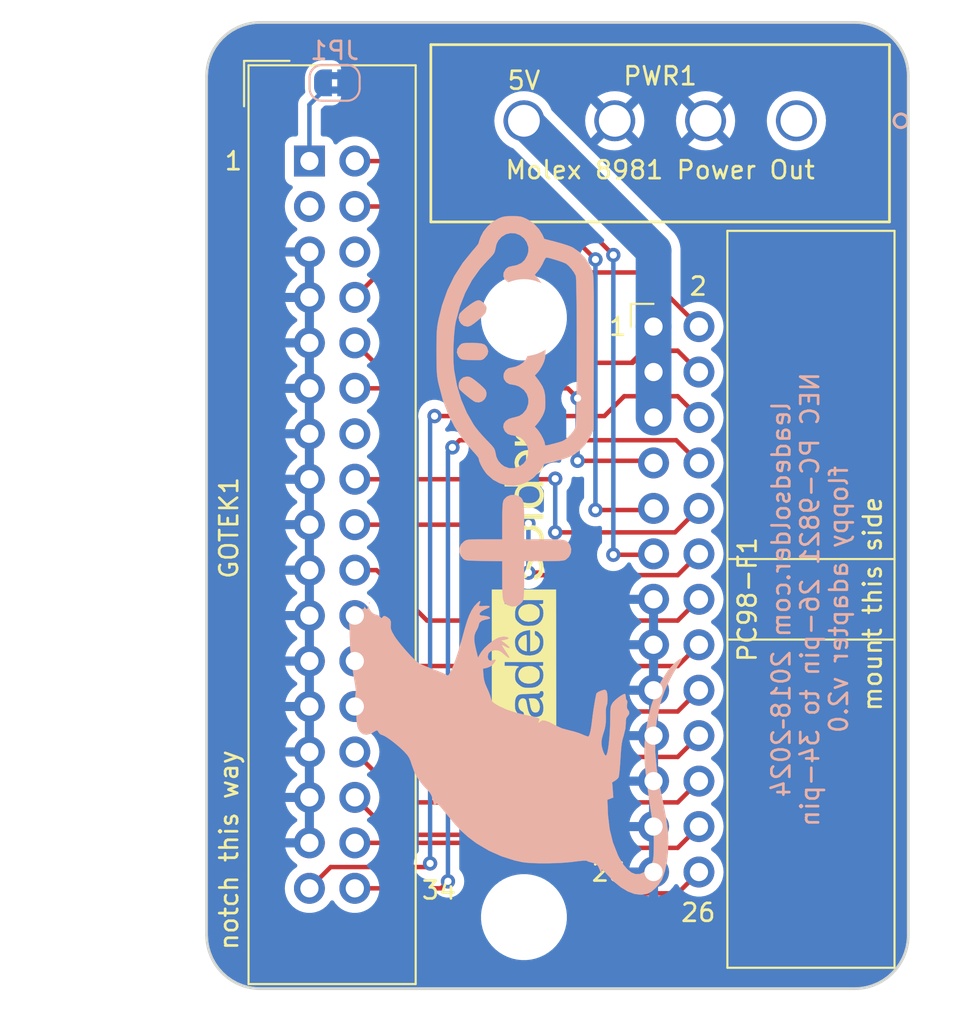
<source format=kicad_pcb>
(kicad_pcb (version 20240108) (generator "pcbnew") (generator_version "8.0")
  (layers (0 "F.Cu" signal) (31 "B.Cu" signal) (34 "B.Paste" user) (35 "F.Paste" user) (36 "B.SilkS" user "B.Silkscreen") (37 "F.SilkS" user "F.Silkscreen") (38 "B.Mask" user) (39 "F.Mask" user) (44 "Edge.Cuts" user))
  (net 0 "")
  (net 1 "/360_300_DRV_0")
  (net 2 "/DENSITY")
  (net 3 "/NC")
  (net 4 "/HEAD_LOAD")
  (net 5 "/DRV_SELECT_3")
  (net 6 "/INDEX_OUT")
  (net 7 "/DRV_SELECT_0")
  (net 8 "/DRV_SELECT_1")
  (net 9 "/DRV_SELECT_2")
  (net 10 "/MOTOR_ON")
  (net 11 "/DIRECTION")
  (net 12 "/STEP_PULSE")
  (net 13 "/WRITE_DATA")
  (net 14 "/WRITE_ENABLE")
  (net 15 "/TRACK_00")
  (net 16 "/WRITE_PROTECT")
  (net 17 "/READ_DATA")
  (net 18 "/SIDE")
  (net 19 "/DISK_CHANGE")
  (net 20 "/READY_OUT")
  (net 21 "/+5V_1")
  (net 23 "/GND")
  (footprint "Connector_IDC:IDC-Header_2x17_P2.54mm_Vertical" (layer "F.Cu") (at 104 92)
    (property "Reference" "GOTEK1" (at -4.5 20.5 90) (layer "F.SilkS"))
    (property "Value" "34-pin female IDC to standard PC floppy cable")
    (pad "1" thru_hole rect (at 0 0) (size 1.7272 1.7272) (drill 1.016) (layers "*.Cu" "*.Mask") (net 1 "/360_300_DRV_0"))
    (pad "2" thru_hole oval (at 2.54 0) (size 1.7272 1.7272) (drill 1.016) (layers "*.Cu" "*.Mask") (net 2 "/DENSITY"))
    (pad "3" thru_hole oval (at 0 2.54) (size 1.7272 1.7272) (drill 1.016) (layers "*.Cu" "*.Mask") (net 3 "/NC"))
    (pad "4" thru_hole oval (at 2.54 2.54) (size 1.7272 1.7272) (drill 1.016) (layers "*.Cu" "*.Mask") (net 4 "/HEAD_LOAD"))
    (pad "5" thru_hole oval (at 0 5.08) (size 1.7272 1.7272) (drill 1.016) (layers "*.Cu" "*.Mask") (net 23 "/GND"))
    (pad "6" thru_hole oval (at 2.54 5.08) (size 1.7272 1.7272) (drill 1.016) (layers "*.Cu" "*.Mask") (net 5 "/DRV_SELECT_3"))
    (pad "7" thru_hole oval (at 0 7.62) (size 1.7272 1.7272) (drill 1.016) (layers "*.Cu" "*.Mask") (net 23 "/GND"))
    (pad "8" thru_hole oval (at 2.54 7.62) (size 1.7272 1.7272) (drill 1.016) (layers "*.Cu" "*.Mask") (net 6 "/INDEX_OUT"))
    (pad "9" thru_hole oval (at 0 10.16) (size 1.7272 1.7272) (drill 1.016) (layers "*.Cu" "*.Mask") (net 23 "/GND"))
    (pad "10" thru_hole oval (at 2.54 10.16) (size 1.7272 1.7272) (drill 1.016) (layers "*.Cu" "*.Mask") (net 7 "/DRV_SELECT_0"))
    (pad "11" thru_hole oval (at 0 12.7) (size 1.7272 1.7272) (drill 1.016) (layers "*.Cu" "*.Mask") (net 23 "/GND"))
    (pad "12" thru_hole oval (at 2.54 12.7) (size 1.7272 1.7272) (drill 1.016) (layers "*.Cu" "*.Mask") (net 8 "/DRV_SELECT_1"))
    (pad "13" thru_hole oval (at 0 15.24) (size 1.7272 1.7272) (drill 1.016) (layers "*.Cu" "*.Mask") (net 23 "/GND"))
    (pad "14" thru_hole oval (at 2.54 15.24) (size 1.7272 1.7272) (drill 1.016) (layers "*.Cu" "*.Mask") (net 9 "/DRV_SELECT_2"))
    (pad "15" thru_hole oval (at 0 17.78) (size 1.7272 1.7272) (drill 1.016) (layers "*.Cu" "*.Mask") (net 23 "/GND"))
    (pad "16" thru_hole oval (at 2.54 17.78) (size 1.7272 1.7272) (drill 1.016) (layers "*.Cu" "*.Mask") (net 10 "/MOTOR_ON"))
    (pad "17" thru_hole oval (at 0 20.32) (size 1.7272 1.7272) (drill 1.016) (layers "*.Cu" "*.Mask") (net 23 "/GND"))
    (pad "18" thru_hole oval (at 2.54 20.32) (size 1.7272 1.7272) (drill 1.016) (layers "*.Cu" "*.Mask") (net 11 "/DIRECTION"))
    (pad "19" thru_hole oval (at 0 22.86) (size 1.7272 1.7272) (drill 1.016) (layers "*.Cu" "*.Mask") (net 23 "/GND"))
    (pad "20" thru_hole oval (at 2.54 22.86) (size 1.7272 1.7272) (drill 1.016) (layers "*.Cu" "*.Mask") (net 12 "/STEP_PULSE"))
    (pad "21" thru_hole oval (at 0 25.4) (size 1.7272 1.7272) (drill 1.016) (layers "*.Cu" "*.Mask") (net 23 "/GND"))
    (pad "22" thru_hole oval (at 2.54 25.4) (size 1.7272 1.7272) (drill 1.016) (layers "*.Cu" "*.Mask") (net 13 "/WRITE_DATA"))
    (pad "23" thru_hole oval (at 0 27.94) (size 1.7272 1.7272) (drill 1.016) (layers "*.Cu" "*.Mask") (net 23 "/GND"))
    (pad "24" thru_hole oval (at 2.54 27.94) (size 1.7272 1.7272) (drill 1.016) (layers "*.Cu" "*.Mask") (net 14 "/WRITE_ENABLE"))
    (pad "25" thru_hole oval (at 0 30.48) (size 1.7272 1.7272) (drill 1.016) (layers "*.Cu" "*.Mask") (net 23 "/GND"))
    (pad "26" thru_hole oval (at 2.54 30.48) (size 1.7272 1.7272) (drill 1.016) (layers "*.Cu" "*.Mask") (net 15 "/TRACK_00"))
    (pad "27" thru_hole oval (at 0 33.02) (size 1.7272 1.7272) (drill 1.016) (layers "*.Cu" "*.Mask") (net 23 "/GND"))
    (pad "28" thru_hole oval (at 2.54 33.02) (size 1.7272 1.7272) (drill 1.016) (layers "*.Cu" "*.Mask") (net 16 "/WRITE_PROTECT"))
    (pad "29" thru_hole oval (at 0 35.56) (size 1.7272 1.7272) (drill 1.016) (layers "*.Cu" "*.Mask") (net 23 "/GND"))
    (pad "30" thru_hole oval (at 2.54 35.56) (size 1.7272 1.7272) (drill 1.016) (layers "*.Cu" "*.Mask") (net 17 "/READ_DATA"))
    (pad "31" thru_hole oval (at 0 38.1) (size 1.7272 1.7272) (drill 1.016) (layers "*.Cu" "*.Mask") (net 23 "/GND"))
    (pad "32" thru_hole oval (at 2.54 38.1) (size 1.7272 1.7272) (drill 1.016) (layers "*.Cu" "*.Mask") (net 18 "/SIDE"))
    (pad "33" thru_hole oval (at 0 40.64) (size 1.7272 1.7272) (drill 1.016) (layers "*.Cu" "*.Mask") (net 19 "/DISK_CHANGE"))
    (pad "34" thru_hole oval (at 2.54 40.64) (size 1.7272 1.7272) (drill 1.016) (layers "*.Cu" "*.Mask") (net 20 "/READY_OUT"))
  )
  (footprint "Connector_IDC:IDC-Header_2x13_P2.54mm_Horizontal" (layer "F.Cu") (at 123.25 101.25)
    (property "Reference" "PC98-F1" (at 5.25 15.25 -90) (layer "F.SilkS"))
    (property "Value" "Male 26-pin from floppy cable")
    (pad "1" thru_hole rect (at 0 0) (size 1.7272 1.7272) (drill 1.016) (layers "*.Cu" "*.Mask") (net 21 "/+5V_1"))
    (pad "2" thru_hole oval (at 2.54 0) (size 1.7272 1.7272) (drill 1.016) (layers "*.Cu" "*.Mask") (net 6 "/INDEX_OUT"))
    (pad "3" thru_hole oval (at 0 2.54) (size 1.7272 1.7272) (drill 1.016) (layers "*.Cu" "*.Mask") (net 21 "/+5V_1"))
    (pad "4" thru_hole oval (at 2.54 2.54) (size 1.7272 1.7272) (drill 1.016) (layers "*.Cu" "*.Mask") (net 7 "/DRV_SELECT_0"))
    (pad "5" thru_hole oval (at 0 5.08) (size 1.7272 1.7272) (drill 1.016) (layers "*.Cu" "*.Mask") (net 21 "/+5V_1"))
    (pad "6" thru_hole oval (at 2.54 5.08) (size 1.7272 1.7272) (drill 1.016) (layers "*.Cu" "*.Mask") (net 19 "/DISK_CHANGE"))
    (pad "7" thru_hole oval (at 0 7.62) (size 1.7272 1.7272) (drill 1.016) (layers "*.Cu" "*.Mask") (net 8 "/DRV_SELECT_1"))
    (pad "8" thru_hole oval (at 2.54 7.62) (size 1.7272 1.7272) (drill 1.016) (layers "*.Cu" "*.Mask") (net 20 "/READY_OUT"))
    (pad "9" thru_hole oval (at 0 10.16) (size 1.7272 1.7272) (drill 1.016) (layers "*.Cu" "*.Mask") (net 4 "/HEAD_LOAD"))
    (pad "10" thru_hole oval (at 2.54 10.16) (size 1.7272 1.7272) (drill 1.016) (layers "*.Cu" "*.Mask") (net 10 "/MOTOR_ON"))
    (pad "11" thru_hole oval (at 0 12.7) (size 1.7272 1.7272) (drill 1.016) (layers "*.Cu" "*.Mask") (net 2 "/DENSITY"))
    (pad "12" thru_hole oval (at 2.54 12.7) (size 1.7272 1.7272) (drill 1.016) (layers "*.Cu" "*.Mask") (net 11 "/DIRECTION"))
    (pad "13" thru_hole oval (at 0 15.24) (size 1.7272 1.7272) (drill 1.016) (layers "*.Cu" "*.Mask") (net 23 "/GND"))
    (pad "14" thru_hole oval (at 2.54 15.24) (size 1.7272 1.7272) (drill 1.016) (layers "*.Cu" "*.Mask") (net 12 "/STEP_PULSE"))
    (pad "15" thru_hole oval (at 0 17.78) (size 1.7272 1.7272) (drill 1.016) (layers "*.Cu" "*.Mask") (net 23 "/GND"))
    (pad "16" thru_hole oval (at 2.54 17.78) (size 1.7272 1.7272) (drill 1.016) (layers "*.Cu" "*.Mask") (net 13 "/WRITE_DATA"))
    (pad "17" thru_hole oval (at 0 20.32) (size 1.7272 1.7272) (drill 1.016) (layers "*.Cu" "*.Mask") (net 23 "/GND"))
    (pad "18" thru_hole oval (at 2.54 20.32) (size 1.7272 1.7272) (drill 1.016) (layers "*.Cu" "*.Mask") (net 14 "/WRITE_ENABLE"))
    (pad "19" thru_hole oval (at 0 22.86) (size 1.7272 1.7272) (drill 1.016) (layers "*.Cu" "*.Mask") (net 23 "/GND"))
    (pad "20" thru_hole oval (at 2.54 22.86) (size 1.7272 1.7272) (drill 1.016) (layers "*.Cu" "*.Mask") (net 15 "/TRACK_00"))
    (pad "21" thru_hole oval (at 0 25.4) (size 1.7272 1.7272) (drill 1.016) (layers "*.Cu" "*.Mask") (net 23 "/GND"))
    (pad "22" thru_hole oval (at 2.54 25.4) (size 1.7272 1.7272) (drill 1.016) (layers "*.Cu" "*.Mask") (net 16 "/WRITE_PROTECT"))
    (pad "23" thru_hole oval (at 0 27.94) (size 1.7272 1.7272) (drill 1.016) (layers "*.Cu" "*.Mask") (net 23 "/GND"))
    (pad "24" thru_hole oval (at 2.54 27.94) (size 1.7272 1.7272) (drill 1.016) (layers "*.Cu" "*.Mask") (net 17 "/READ_DATA"))
    (pad "25" thru_hole oval (at 0 30.48) (size 1.7272 1.7272) (drill 1.016) (layers "*.Cu" "*.Mask") (net 23 "/GND"))
    (pad "26" thru_hole oval (at 2.54 30.48) (size 1.7272 1.7272) (drill 1.016) (layers "*.Cu" "*.Mask") (net 18 "/SIDE"))
  )
  (footprint "7709971:770997-1" (layer "F.Cu") (at 131.24 89.75)
    (property "Reference" "PWR1" (at -7.62 -2.5 0) (layer "F.SilkS"))
    (property "Value" "Molex 8981 Power Out" (at -7.62 2.75 0) (layer "F.SilkS"))
    (fp_text user "*" (at 0 0 0) (layer "F.SilkS"))
    (pad "1" thru_hole circle (at 0 0) (size 2.286 2.286) (drill 1.778) (layers "*.Cu" "*.Mask"))
    (pad "2" thru_hole circle (at -5.08 0) (size 2.286 2.286) (drill 1.778) (layers "*.Cu" "*.Mask") (net 23 "/GND"))
    (pad "3" thru_hole circle (at -10.16 0) (size 2.286 2.286) (drill 1.778) (layers "*.Cu" "*.Mask") (net 23 "/GND"))
    (pad "4" thru_hole circle (at -15.24 0) (size 2.286 2.286) (drill 1.778) (layers "*.Cu" "*.Mask") (net 21 "/+5V_1"))
  )
  (footprint "MountingHole:MountingHole_4.3mm_M4_DIN965" (layer "F.Cu") (at 116 100.75)
    (property "Reference" "REF**" (hide yes))
    (property "Value" "MountingHole_4.3mm_M4_DIN965")
    (pad "" np_thru_hole circle (at 0 0) (size 4.3 4.3) (drill 4.3) (layers "*.Cu" "*.Mask"))
  )
  (footprint "MountingHole:MountingHole_4.3mm_M4_DIN965" (layer "F.Cu") (at 116 134.25)
    (property "Reference" "REF**" (hide yes))
    (property "Value" "MountingHole_4.3mm_M4_DIN965")
    (pad "" np_thru_hole circle (at 0 0) (size 4.3 4.3) (drill 4.3) (layers "*.Cu" "*.Mask"))
  )
  (footprint "Logos:leaded-solder-logo-800dpi" (layer "F.Cu") (at 116 116.5 90)
    (property "Reference" "G***" (hide yes))
    (property "Value" "LOGO" (hide yes))
  )
  (footprint "Logos:pi-rat-small" (layer "B.Cu") (at 115.5 114 -90)
    (property "Reference" "G***" (hide yes))
    (property "Value" "LOGO" (hide yes))
  )
  (footprint "Jumper:SolderJumper-2_P1.3mm_Bridged2Bar_RoundedPad1.0x1.5mm" (layer "B.Cu") (at 105.41 87.63 180)
    (property "Reference" "JP1" (at 0 1.8 0) (layer "B.SilkS") (effects (justify mirror)))
    (property "Value" "Jumper_2_Bridged")
    (fp_poly (pts (xy -0.25 0.6) (xy 0.25 0.6) (xy 0.25 0.2) (xy -0.25 0.2)) (fill solid) (layer "B.Cu"))
    (fp_poly (pts (xy -0.25 -0.2) (xy 0.25 -0.2) (xy 0.25 -0.6) (xy -0.25 -0.6)) (fill solid) (layer "B.Cu"))
    (pad "1" smd custom (at -0.65 0 180) (size 1 0.5) (layers "B.Cu" "B.Mask") (net 23 "/GND") (options (clearance outline) (anchor rect)) (primitives (gr_circle (center 0 -0.25) (end 0.5 -0.25) (width 0) (fill yes)) (gr_circle (center 0 0.25) (end 0.5 0.25) (width 0) (fill yes)) (gr_poly (pts (xy 0.5 -0.75) (xy 0 -0.75) (xy 0 0.75) (xy 0.5 0.75)) (width 0) (fill yes))))
    (pad "2" smd custom (at 0.65 0 180) (size 1 0.5) (layers "B.Cu" "B.Mask") (net 1 "/360_300_DRV_0") (options (clearance outline) (anchor rect)) (primitives (gr_circle (center 0 -0.25) (end 0.5 -0.25) (width 0) (fill yes)) (gr_circle (center 0 0.25) (end 0.5 0.25) (width 0) (fill yes)) (gr_poly (pts (xy 0 -0.75) (xy -0.5 -0.75) (xy -0.5 0.75) (xy 0 0.75)) (width 0) (fill yes))))
  )
  (gr_arc (start 101.25 138.25) (mid 99.12868 137.37132) (end 98.25 135.25) (stroke (width 0.15)) (layer "Edge.Cuts"))
  (gr_line (start 134.5 138.25) (end 101.25 138.25) (stroke (width 0.15)) (layer "Edge.Cuts"))
  (gr_arc (start 134.5 84.25) (mid 136.62132 85.12868) (end 137.5 87.25) (stroke (width 0.15)) (layer "Edge.Cuts"))
  (gr_line (start 137.5 87.25) (end 137.5 135.25) (stroke (width 0.15)) (layer "Edge.Cuts"))
  (gr_arc (start 98.25 87.25) (mid 99.12868 85.12868) (end 101.25 84.25) (stroke (width 0.15)) (layer "Edge.Cuts"))
  (gr_line (start 134.5 84.25) (end 101.25 84.25) (stroke (width 0.15)) (layer "Edge.Cuts"))
  (gr_line (start 98.25 87.25) (end 98.25 135.25) (stroke (width 0.15)) (layer "Edge.Cuts"))
  (gr_arc (start 137.5 135.25) (mid 136.62132 137.37132) (end 134.5 138.25) (stroke (width 0.15)) (layer "Edge.Cuts"))
  (gr_text "leadedsolder.com 2018–2024\nNEC PC-9821 26-pin to 34-pin\nfloppy adapter v2.0" (at 132 116.5 90) (layer "B.SilkS") (effects (font (size 1 1)) (justify mirror)))
  (gr_text "26" (at 125.75 134 0) (layer "F.SilkS") (effects (font (size 1 1))))
  (gr_text "1" (at 99.75 92 0) (layer "F.SilkS") (effects (font (size 1 1))))
  (gr_text "2" (at 125.75 99 0) (layer "F.SilkS") (effects (font (size 1 1))))
  (gr_text "notch this way" (at 99.5 130.5 90) (layer "F.SilkS") (effects (font (size 1 1))))
  (gr_text "25" (at 120.75 131.75 0) (layer "F.SilkS") (effects (font (size 1 1))))
  (gr_text "34" (at 111.25 132.75 0) (layer "F.SilkS") (effects (font (size 1 1))))
  (gr_text "1" (at 121.25 101.25 0) (layer "F.SilkS") (effects (font (size 1 1))))
  (gr_text "mount this side" (at 135.5 116.75 90) (layer "F.SilkS") (effects (font (size 1 1))))
  (gr_text "5V" (at 116 87.5 0) (layer "F.SilkS") (effects (font (size 1 1))))
  (segment (start 104 92) (end 104 88.85) (width 0.25) (layer "B.Cu") (net 1))
  (segment (start 104 88.85) (end 105.1 87.75) (width 0.25) (layer "B.Cu") (net 1))
  (segment (start 123.2 114) (end 123.25 113.95) (width 0.25) (layer "F.Cu") (net 2))
  (segment (start 121 114) (end 123.2 114) (width 0.25) (layer "F.Cu") (net 2))
  (segment (start 106.54 92) (end 115.75 92) (width 0.25) (layer "F.Cu") (net 2))
  (segment (start 115.75 92) (end 121 97.25) (width 0.25) (layer "F.Cu") (net 2))
  (via (at 121 114) (size 0.8) (drill 0.4) (layers "F.Cu" "B.Cu") (net 2))
  (via (at 121 97.25) (size 0.8) (drill 0.4) (layers "F.Cu" "B.Cu") (net 2))
  (segment (start 121 97.25) (end 121 114) (width 0.25) (layer "B.Cu") (net 2))
  (segment (start 123.16 111.5) (end 123.25 111.41) (width 0.25) (layer "F.Cu") (net 4))
  (segment (start 120 111.5) (end 123.16 111.5) (width 0.25) (layer "F.Cu") (net 4))
  (segment (start 106.54 94.54) (end 117.04 94.54) (width 0.25) (layer "F.Cu") (net 4))
  (segment (start 117.04 94.54) (end 120 97.5) (width 0.25) (layer "F.Cu") (net 4))
  (via (at 120 111.5) (size 0.8) (drill 0.4) (layers "F.Cu" "B.Cu") (net 4))
  (via (at 120 97.5) (size 0.8) (drill 0.4) (layers "F.Cu" "B.Cu") (net 4))
  (segment (start 120 97.5) (end 120 111.5) (width 0.25) (layer "B.Cu") (net 4))
  (segment (start 106.54 99.62) (end 107.935 98.225) (width 0.25) (layer "F.Cu") (net 6))
  (segment (start 122.765 98.225) (end 125.79 101.25) (width 0.25) (layer "F.Cu") (net 6))
  (segment (start 107.935 98.225) (end 122.765 98.225) (width 0.25) (layer "F.Cu") (net 6))
  (segment (start 122.757666 102.601399) (end 124.601399 102.601399) (width 0.25) (layer "F.Cu") (net 7))
  (segment (start 122.084065 103.275) (end 122.757666 102.601399) (width 0.25) (layer "F.Cu") (net 7))
  (segment (start 122.679471 102.601399) (end 124.601399 102.601399) (width 0.25) (layer "F.Cu") (net 7))
  (segment (start 106.54 102.16) (end 107.655 103.275) (width 0.25) (layer "F.Cu") (net 7))
  (segment (start 107.655 103.275) (end 122.084065 103.275) (width 0.25) (layer "F.Cu") (net 7))
  (segment (start 122.055869 103.225001) (end 122.679471 102.601399) (width 0.25) (layer "F.Cu") (net 7))
  (segment (start 124.601399 102.601399) (end 125.79 103.79) (width 0.25) (layer "F.Cu") (net 7))
  (segment (start 119 108.75) (end 123.13 108.75) (width 0.25) (layer "F.Cu") (net 8))
  (segment (start 123.13 108.75) (end 123.25 108.87) (width 0.25) (layer "F.Cu") (net 8))
  (segment (start 118.45 104.7) (end 119 105.25) (width 0.25) (layer "F.Cu") (net 8))
  (segment (start 106.54 104.7) (end 118.45 104.7) (width 0.25) (layer "F.Cu") (net 8))
  (via (at 119 105.25) (size 0.8) (drill 0.4) (layers "F.Cu" "B.Cu") (net 8))
  (via (at 119 108.75) (size 0.8) (drill 0.4) (layers "F.Cu" "B.Cu") (net 8))
  (segment (start 119 105.25) (end 119 108.75) (width 0.25) (layer "B.Cu") (net 8))
  (segment (start 117.72 109.78) (end 117.75 109.75) (width 0.25) (layer "F.Cu") (net 10))
  (segment (start 124.45 112.75) (end 125.79 111.41) (width 0.25) (layer "F.Cu") (net 10))
  (segment (start 106.54 109.78) (end 117.72 109.78) (width 0.25) (layer "F.Cu") (net 10))
  (segment (start 117.75 112.75) (end 124.45 112.75) (width 0.25) (layer "F.Cu") (net 10))
  (via (at 117.75 112.75) (size 0.8) (drill 0.4) (layers "F.Cu" "B.Cu") (net 10))
  (via (at 117.75 109.75) (size 0.8) (drill 0.4) (layers "F.Cu" "B.Cu") (net 10))
  (segment (start 117.75 109.75) (end 117.75 112.75) (width 0.25) (layer "B.Cu") (net 10))
  (segment (start 106.54 112.32) (end 116.18 112.32) (width 0.25) (layer "F.Cu") (net 11))
  (segment (start 116.954286 115.138601) (end 124.601399 115.138601) (width 0.25) (layer "F.Cu") (net 11))
  (segment (start 116.18 112.32) (end 116.25 112.25) (width 0.25) (layer "F.Cu") (net 11))
  (segment (start 116.25 115) (end 116.815685 115) (width 0.25) (layer "F.Cu") (net 11))
  (segment (start 116.815685 115) (end 116.954286 115.138601) (width 0.25) (layer "F.Cu") (net 11))
  (segment (start 124.601399 115.138601) (end 125.79 113.95) (width 0.25) (layer "F.Cu") (net 11))
  (via (at 116.25 112.25) (size 0.8) (drill 0.4) (layers "F.Cu" "B.Cu") (net 11))
  (via (at 116.25 115) (size 0.8) (drill 0.4) (layers "F.Cu" "B.Cu") (net 11))
  (segment (start 116.25 112.25) (end 116.25 115) (width 0.25) (layer "B.Cu") (net 11))
  (segment (start 124.601399 117.678601) (end 125.79 116.49) (width 0.25) (layer "F.Cu") (net 12))
  (segment (start 110.579915 117.678601) (end 124.601399 117.678601) (width 0.25) (layer "F.Cu") (net 12))
  (segment (start 106.54 114.86) (end 107.761314 114.86) (width 0.25) (layer "F.Cu") (net 12))
  (segment (start 107.761314 114.86) (end 110.579915 117.678601) (width 0.25) (layer "F.Cu") (net 12))
  (segment (start 124.601399 120.218601) (end 109.358601 120.218601) (width 0.25) (layer "F.Cu") (net 13))
  (segment (start 125.79 119.03) (end 124.601399 120.218601) (width 0.25) (layer "F.Cu") (net 13))
  (segment (start 109.358601 120.218601) (end 106.54 117.4) (width 0.25) (layer "F.Cu") (net 13))
  (segment (start 109.358601 122.758601) (end 124.601399 122.758601) (width 0.25) (layer "F.Cu") (net 14))
  (segment (start 124.601399 122.758601) (end 125.79 121.57) (width 0.25) (layer "F.Cu") (net 14))
  (segment (start 106.54 119.94) (end 109.358601 122.758601) (width 0.25) (layer "F.Cu") (net 14))
  (segment (start 109.358601 125.298601) (end 124.601399 125.298601) (width 0.25) (layer "F.Cu") (net 15))
  (segment (start 124.601399 125.298601) (end 125.79 124.11) (width 0.25) (layer "F.Cu") (net 15))
  (segment (start 106.54 122.48) (end 109.358601 125.298601) (width 0.25) (layer "F.Cu") (net 15))
  (segment (start 109.358601 127.838601) (end 124.601399 127.838601) (width 0.25) (layer "F.Cu") (net 16))
  (segment (start 124.601399 127.838601) (end 125.79 126.65) (width 0.25) (layer "F.Cu") (net 16))
  (segment (start 106.54 125.02) (end 109.358601 127.838601) (width 0.25) (layer "F.Cu") (net 16))
  (segment (start 108.629989 129.649989) (end 120.04727 129.649989) (width 0.25) (layer "F.Cu") (net 17))
  (segment (start 106.54 127.56) (end 108.629989 129.649989) (width 0.25) (layer "F.Cu") (net 17))
  (segment (start 120.775881 130.378601) (end 124.601399 130.378601) (width 0.25) (layer "F.Cu") (net 17))
  (segment (start 120.04727 129.649989) (end 120.775881 130.378601) (width 0.25) (layer "F.Cu") (net 17))
  (segment (start 124.601399 130.378601) (end 125.79 129.19) (width 0.25) (layer "F.Cu") (net 17))
  (segment (start 122.679471 132.918601) (end 124.601399 132.918601) (width 0.25) (layer "F.Cu") (net 18))
  (segment (start 119.86087 130.1) (end 122.679471 132.918601) (width 0.25) (layer "F.Cu") (net 18))
  (segment (start 124.601399 132.918601) (end 125.79 131.73) (width 0.25) (layer "F.Cu") (net 18))
  (segment (start 106.54 130.1) (end 119.86087 130.1) (width 0.25) (layer "F.Cu") (net 18))
  (segment (start 105.188601 131.451399) (end 110.548601 131.451399) (width 0.25) (layer "F.Cu") (net 19))
  (segment (start 104 132.64) (end 105.188601 131.451399) (width 0.25) (layer "F.Cu") (net 19))
  (segment (start 124.601399 105.141399) (end 125.79 106.33) (width 0.25) (layer "F.Cu") (net 19))
  (segment (start 111 106.25) (end 120.5 106.25) (width 0.25) (layer "F.Cu") (net 19))
  (segment (start 110.548601 131.451399) (end 110.75 131.25) (width 0.25) (layer "F.Cu") (net 19))
  (segment (start 121.608601 105.141399) (end 124.601399 105.141399) (width 0.25) (layer "F.Cu") (net 19))
  (segment (start 120.5 106.25) (end 121.608601 105.141399) (width 0.25) (layer "F.Cu") (net 19))
  (via (at 111 106.25) (size 0.8) (drill 0.4) (layers "F.Cu" "B.Cu") (net 19))
  (via (at 110.75 131.25) (size 0.8) (drill 0.4) (layers "F.Cu" "B.Cu") (net 19))
  (segment (start 110.75 106.5) (end 111 106.25) (width 0.25) (layer "B.Cu") (net 19))
  (segment (start 110.75 131.25) (end 110.75 106.5) (width 0.25) (layer "B.Cu") (net 19))
  (segment (start 111.36 132.64) (end 111.75 132.25) (width 0.25) (layer "F.Cu") (net 20))
  (segment (start 124.520001 107.600001) (end 125.79 108.87) (width 0.25) (layer "F.Cu") (net 20))
  (segment (start 112 108) (end 112.399999 107.600001) (width 0.25) (layer "F.Cu") (net 20))
  (segment (start 106.54 132.64) (end 111.36 132.64) (width 0.25) (layer "F.Cu") (net 20))
  (segment (start 112.399999 107.600001) (end 124.520001 107.600001) (width 0.25) (layer "F.Cu") (net 20))
  (via (at 111.75 132.25) (size 0.8) (drill 0.4) (layers "F.Cu" "B.Cu") (net 20))
  (via (at 112 108) (size 0.8) (drill 0.4) (layers "F.Cu" "B.Cu") (net 20))
  (segment (start 111.75 132.25) (end 111.75 108.25) (width 0.25) (layer "B.Cu") (net 20))
  (segment (start 111.75 108.25) (end 112 108) (width 0.25) (layer "B.Cu") (net 20))
  (segment (start 123.25 97) (end 116 89.75) (width 2) (layer "B.Cu") (net 21))
  (segment (start 123.25 106.33) (end 123.25 101.25) (width 2) (layer "B.Cu") (net 21))
  (segment (start 123.25 101.25) (end 123.25 97) (width 2) (layer "B.Cu") (net 21))
  (segment (start 119.08 87.75) (end 121.08 89.75) (width 0.25) (layer "B.Cu") (net 23))
  (segment (start 106.4 87.75) (end 119.08 87.75) (width 0.25) (layer "B.Cu") (net 23))
  (zone (net 23) (net_name "/GND") (layer "B.Cu") (connect_pads (clearance 0.508)) (min_thickness 0.254) (fill yes (thermal_gap 0.508) (thermal_bridge_width 0.508))
    (polygon (pts (xy 140 140.25) (xy 95 140) (xy 95 83) (xy 140 83.25)))
  )
)
</source>
